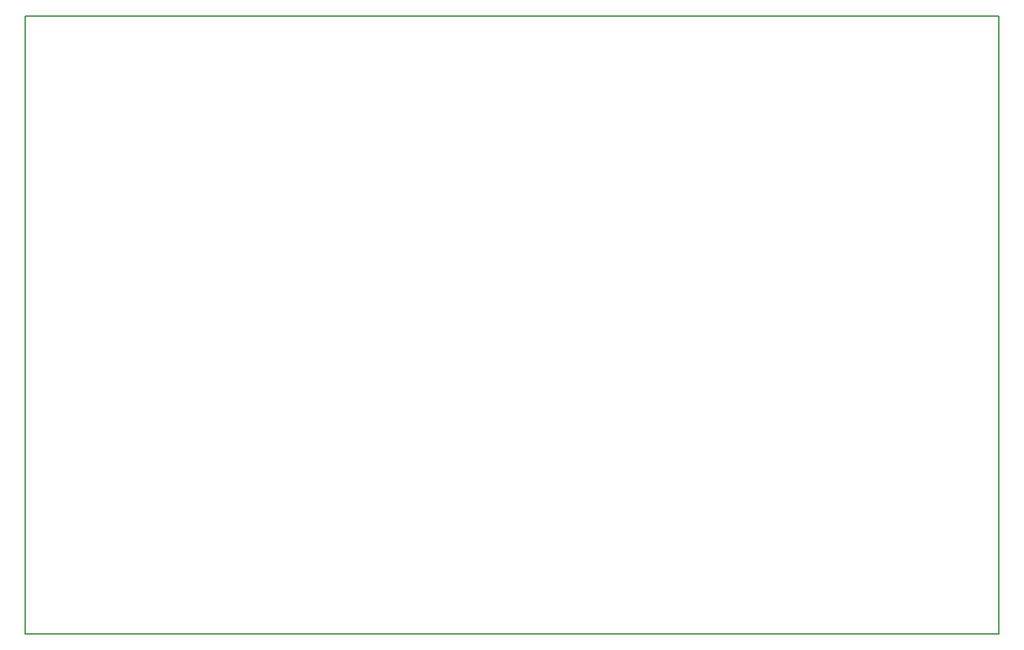
<source format=gbr>
%TF.GenerationSoftware,KiCad,Pcbnew,9.0.1*%
%TF.CreationDate,2025-06-09T14:31:38-07:00*%
%TF.ProjectId,chop-controller-heat-v2,63686f70-2d63-46f6-9e74-726f6c6c6572,rev?*%
%TF.SameCoordinates,Original*%
%TF.FileFunction,Profile,NP*%
%FSLAX46Y46*%
G04 Gerber Fmt 4.6, Leading zero omitted, Abs format (unit mm)*
G04 Created by KiCad (PCBNEW 9.0.1) date 2025-06-09 14:31:38*
%MOMM*%
%LPD*%
G01*
G04 APERTURE LIST*
%TA.AperFunction,Profile*%
%ADD10C,0.200000*%
%TD*%
G04 APERTURE END LIST*
D10*
X85026638Y-48915323D02*
X202882638Y-48915323D01*
X202882638Y-123695322D01*
X85026638Y-123695322D01*
X85026638Y-48915323D01*
M02*

</source>
